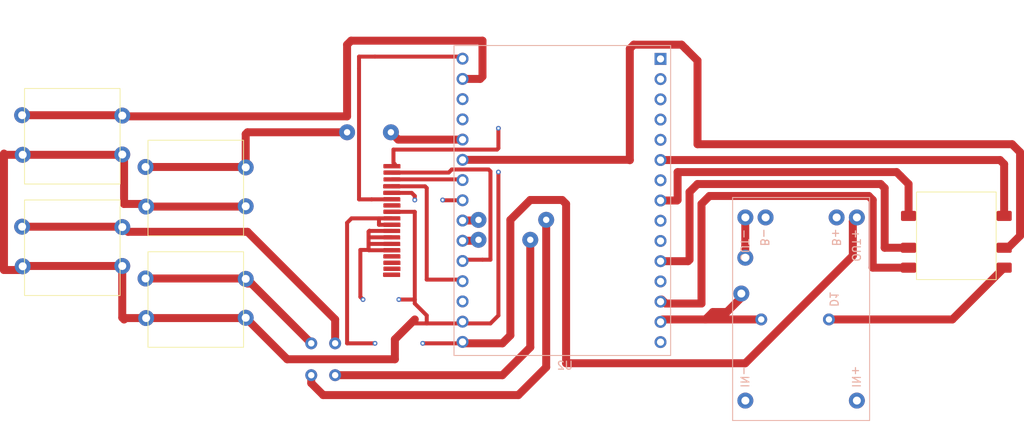
<source format=kicad_pcb>
(kicad_pcb (version 20241229) (generator "pcbnew") (generator_version "9.0")
  (layers (0 "F.Cu" signal) (2 "B.Cu" signal) (13 "F.Paste" user) (5 "F.SilkS" user "F.Silkscreen") (1 "F.Mask" user) (3 "B.Mask" user) (25 "Edge.Cuts" user))
  (net 0 "")
  (net 1 "Net-(U2-D21)")
  (net 3 "Net-(U2-D13)")
  (net 4 "unconnected-(U2-D26-Pad26)")
  (net 5 "Net-(U2-D25)")
  (net 6 "Net-(U2-D22)")
  (net 7 "Net-(D2-6_SDI_MOSI)")
  (net 8 "Net-(U2-D14)")
  (net 9 "Net-(D1-ESP-)")
  (net 10 "Net-(D2-5_CS)")
  (net 12 "Net-(D2-3_SCK)")
  (net 13 "Net-(U2-D16)")
  (net 14 "Net-(D2-4_DC)")
  (net 15 "Net-(U2-D19)")
  (net 16 "Net-(D2-2_RESET)")
  (net 17 "Net-(U2-D15)")
  (net 18 "Net-(U2-D32)")
  (net 19 "Net-(U2-D17)")
  (footprint "My:Switch 4 pin" (layer "F.Cu") (at 25.07 18.75)
    (property "Reference" "SW9" (hide yes))
    (property "Value" "SW_Push_Dual" (hide yes))
    (fp_rect (start -6 -5.5) (end 6 6.5) (stroke (width 0.1)) (fill no) (layer "F.SilkS"))
    (pad "1" thru_hole circle (at -6.303728 -2.143258) (size 2 2) (drill 1) (layers "*.Cu" "*.Mask") (net 5 "Net-(U2-D25)"))
    (pad "1" thru_hole circle (at 6.272003 -2.094258) (size 2 2) (drill 1) (layers "*.Cu" "*.Mask") (net 5 "Net-(U2-D25)"))
    (pad "GND" thru_hole circle (at -6.229304 2.828322) (size 2 2) (drill 1) (layers "*.Cu" "*.Mask"))
    (pad "GND" thru_hole circle (at 6.270162 2.789873) (size 2 2) (drill 1) (layers "*.Cu" "*.Mask"))
  )
  (footprint "My:Switch 4 pin" (layer "F.Cu") (at 25.07 32.75)
    (property "Reference" "SW11" (hide yes))
    (property "Value" "SW_Push_Dual" (hide yes))
    (fp_rect (start -6 -5.5) (end 6 6.5) (stroke (width 0.1)) (fill no) (layer "F.SilkS"))
    (pad "1" thru_hole circle (at -6.303728 -2.143258) (size 2 2) (drill 1) (layers "*.Cu" "*.Mask") (net 3 "Net-(U2-D13)"))
    (pad "1" thru_hole circle (at 6.272003 -2.094258) (size 2 2) (drill 1) (layers "*.Cu" "*.Mask") (net 3 "Net-(U2-D13)"))
    (pad "GND" thru_hole circle (at -6.229304 2.828322) (size 2 2) (drill 1) (layers "*.Cu" "*.Mask"))
    (pad "GND" thru_hole circle (at 6.270162 2.789873) (size 2 2) (drill 1) (layers "*.Cu" "*.Mask"))
  )
  (footprint "My:Switch 4 pin" (layer "F.Cu") (at 9.57 12.25)
    (property "Reference" "SW10" (hide yes))
    (property "Value" "SW_Push_Dual" (hide yes))
    (fp_rect (start -6 -5.5) (end 6 6.5) (stroke (width 0.1)) (fill no) (layer "F.SilkS"))
    (pad "1" thru_hole circle (at -6.303728 -2.143258) (size 2 2) (drill 1) (layers "*.Cu" "*.Mask") (net 8 "Net-(U2-D14)"))
    (pad "1" thru_hole circle (at 6.272003 -2.094258) (size 2 2) (drill 1) (layers "*.Cu" "*.Mask") (net 8 "Net-(U2-D14)"))
    (pad "GND" thru_hole circle (at -6.229304 2.828322) (size 2 2) (drill 1) (layers "*.Cu" "*.Mask"))
    (pad "GND" thru_hole circle (at 6.270162 2.789873) (size 2 2) (drill 1) (layers "*.Cu" "*.Mask"))
  )
  (footprint "" (layer "F.Cu") (at 94.07 28)
    (property "Reference" "" (at 0 0 0) (layer "F.SilkS") (effects (font (size 1.27 1.27))))
    (property "Value" "")
    (pad "4" thru_hole circle (at 0 0 90) (size 2 2) (drill 1) (layers "*.Cu" "*.Mask"))
  )
  (footprint "" (layer "F.Cu") (at 93.57 32.5)
    (property "Reference" "" (at 0 0 0) (layer "F.SilkS") (effects (font (size 1.27 1.27))))
    (property "Value" "")
    (pad "4" thru_hole circle (at 0 0 90) (size 2 2) (drill 1) (layers "*.Cu" "*.Mask"))
  )
  (footprint "Library:ST7789_18PIN" (layer "F.Cu") (at 52.839298 30.782836 180)
    (property "Reference" "D2" (hide yes))
    (property "Value" "~" (hide yes))
    (fp_rect (start 2.215418 0.474303) (end 4.142426 0.822436) (stroke (width 0.2)) (fill yes) (layer "F.Cu"))
    (fp_rect (start 2.215418 0.474303) (end 4.142426 0.822436) (stroke (width 0.2)) (fill yes) (layer "F.Cu"))
    (fp_rect (start 2.204114 11.580794) (end 4.131122 11.914158) (stroke (width 0.2)) (fill yes) (layer "F.Cu"))
    (fp_rect (start 2.204114 11.580794) (end 4.131122 11.914158) (stroke (width 0.2)) (fill yes) (layer "F.Cu"))
    (fp_rect (start 2.204114 5.981401) (end 4.131122 6.314765) (stroke (width 0.2)) (fill yes) (layer "F.Cu"))
    (fp_rect (start 2.201352 5.174708) (end 4.12836 5.508072) (stroke (width 0.2)) (fill yes) (layer "F.Cu"))
    (fp_rect (start 2.200534 9.946572) (end 4.127542 10.279936) (stroke (width 0.2)) (fill yes) (layer "F.Cu"))
    (fp_rect (start 2.200534 9.946572) (end 4.127542 10.279936) (stroke (width 0.2)) (fill yes) (layer "F.Cu"))
    (fp_rect (start 2.198147 3.552795) (end 4.125155 3.886159) (stroke (width 0.2)) (fill yes) (layer "F.Cu"))
    (fp_rect (start 2.198147 3.552795) (end 4.125155 3.886159) (stroke (width 0.2)) (fill yes) (layer "F.Cu"))
    (fp_rect (start 2.19417 10.755454) (end 4.121178 11.088818) (stroke (width 0.2)) (fill yes) (layer "F.Cu"))
    (fp_rect (start 2.19417 10.755454) (end 4.121178 11.088818) (stroke (width 0.2)) (fill yes) (layer "F.Cu"))
    (fp_rect (start 2.193065 4.348816) (end 4.120073 4.68218) (stroke (width 0.2)) (fill yes) (layer "F.Cu"))
    (fp_rect (start 2.190192 2.781152) (end 4.1172 3.114516) (stroke (width 0.2)) (fill yes) (layer "F.Cu"))
    (fp_rect (start 2.190192 2.781152) (end 4.1172 3.114516) (stroke (width 0.2)) (fill yes) (layer "F.Cu"))
    (fp_rect (start 2.184778 8.379109) (end 4.111786 8.712473) (stroke (width 0.2)) (fill yes) (layer "F.Cu"))
    (fp_rect (start 2.184778 8.379109) (end 4.111786 8.712473) (stroke (width 0.2)) (fill yes) (layer "F.Cu"))
    (fp_rect (start 2.184778 6.752049) (end 4.111786 7.085413) (stroke (width 0.2)) (fill yes) (layer "F.Cu"))
    (fp_rect (start 2.184778 6.752049) (end 4.111786 7.085413) (stroke (width 0.2)) (fill yes) (layer "F.Cu"))
    (fp_rect (start 2.183875 1.974882) (end 4.110883 2.308246) (stroke (width 0.2)) (fill yes) (layer "F.Cu"))
    (fp_rect (start 2.183875 1.974882) (end 4.110883 2.308246) (stroke (width 0.2)) (fill yes) (layer "F.Cu"))
    (fp_rect (start 2.182237 14.114096) (end 4.109245 14.44746) (stroke (width 0.2)) (fill yes) (layer "F.Cu"))
    (fp_rect (start 2.182237 14.114096) (end 4.109245 14.44746) (stroke (width 0.2)) (fill yes) (layer "F.Cu"))
    (fp_rect (start 2.181442 9.178111) (end 4.10845 9.511475) (stroke (width 0.2)) (fill yes) (layer "F.Cu"))
    (fp_rect (start 2.181442 9.178111) (end 4.10845 9.511475) (stroke (width 0.2)) (fill yes) (layer "F.Cu"))
    (fp_rect (start 2.179254 7.555979) (end 4.106262 7.889343) (stroke (width 0.2)) (fill yes) (layer "F.Cu"))
    (fp_rect (start 2.177673 1.228487) (end 4.104681 1.561851) (stroke (width 0.2)) (fill yes) (layer "F.Cu"))
    (fp_rect (start 2.177673 1.228487) (end 4.104681 1.561851) (stroke (width 0.2)) (fill yes) (layer "F.Cu"))
    (fp_rect (start 2.174282 13.307358) (end 4.10129 13.640722) (stroke (width 0.2)) (fill yes) (layer "F.Cu"))
    (fp_rect (start 2.174282 13.307358) (end 4.10129 13.640722) (stroke (width 0.2)) (fill yes) (layer "F.Cu"))
    (fp_rect (start 2.174282 12.452187) (end 4.10129 12.785551) (stroke (width 0.2)) (fill yes) (layer "F.Cu"))
  )
  (footprint "My:5 ping switch" (layer "F.Cu") (at 121.07 24.25)
    (property "Reference" "SW5pin1" (hide yes))
    (property "Value" "~" (hide yes))
    (fp_rect (start -5.5 -4.5) (end 4.5 6.5) (stroke (width 0.1)) (fill no) (layer "F.SilkS"))
    (pad "1" smd roundrect (at 5.5 -1.5) (size 1.905 1.27) (layers "F.Cu" "F.Mask" "F.Paste") (roundrect_rratio 0.15) (net 1 "Net-(U2-D21)"))
    (pad "2" smd roundrect (at 5.5 2.5) (size 1.905 1.27) (layers "F.Cu" "F.Mask" "F.Paste") (roundrect_rratio 0.15) (net 15 "Net-(U2-D19)"))
    (pad "3" smd roundrect (at -6.5 5) (size 1.905 1.27) (layers "F.Cu" "F.Mask" "F.Paste") (roundrect_rratio 0.15) (net 19 "Net-(U2-D17)"))
    (pad "4" smd roundrect (at -6.5 2.5) (size 1.905 1.27) (layers "F.Cu" "F.Mask" "F.Paste") (roundrect_rratio 0.15) (net 18 "Net-(U2-D32)"))
    (pad "5" smd roundrect (at -6.5 -1.5) (size 1.905 1.27) (layers "F.Cu" "F.Mask" "F.Paste") (roundrect_rratio 0.15) (net 13 "Net-(U2-D16)"))
    (pad "GND" smd roundrect (at 5.5 5) (size 1.905 1.27) (layers "F.Cu" "F.Mask" "F.Paste") (roundrect_rratio 0.15) (net 9 "Net-(D1-ESP-)"))
  )
  (footprint "My:Switch 4 pin" (layer "F.Cu") (at 9.57 26.25)
    (property "Reference" "SW12" (hide yes))
    (property "Value" "SW_Push_Dual" (hide yes))
    (fp_rect (start -6 -5.5) (end 6 6.5) (stroke (width 0.1)) (fill no) (layer "F.SilkS"))
    (pad "1" thru_hole circle (at -6.303728 -2.143258) (size 2 2) (drill 1) (layers "*.Cu" "*.Mask") (net 6 "Net-(U2-D22)"))
    (pad "1" thru_hole circle (at 6.272003 -2.094258) (size 2 2) (drill 1) (layers "*.Cu" "*.Mask") (net 6 "Net-(U2-D22)"))
    (pad "GND" thru_hole circle (at -6.229304 2.828322) (size 2 2) (drill 1) (layers "*.Cu" "*.Mask"))
    (pad "GND" thru_hole circle (at 6.270162 2.789873) (size 2 2) (drill 1) (layers "*.Cu" "*.Mask"))
  )
  (footprint "My:TP4056-Module" (layer "B.Cu") (at 92.478019 48.440019 90)
    (property "Reference" "D1" (at 15.24 12.7 270) (layer "B.SilkS") (effects (justify mirror)))
    (property "Value" "~")
    (fp_line (start 0 0) (end 28 0) (stroke (width 0.12)) (layer "B.SilkS"))
    (fp_line (start 28 17.2) (end 28 0) (stroke (width 0.12)) (layer "B.SilkS"))
    (fp_line (start 0 17.2) (end 0 0) (stroke (width 0.12)) (layer "B.SilkS"))
    (fp_line (start 0 17.2) (end 28 17.2) (stroke (width 0.12)) (layer "B.SilkS"))
    (fp_text user "OUT+" (at 22 15.5 270) (layer "B.SilkS") (effects (justify mirror)))
    (fp_text user "B-" (at 23 4 270) (layer "B.SilkS") (effects (justify mirror)))
    (fp_text user "B+" (at 23 13 270) (layer "B.SilkS") (effects (justify mirror)))
    (fp_text user "OUT-" (at 22 1.5 270) (layer "B.SilkS") (effects (justify mirror)))
    (fp_text user "IN+" (at 5.5 15.5 270) (layer "B.SilkS") (effects (justify mirror)))
    (fp_text user "IN-" (at 5.5 1.5 270) (layer "B.SilkS") (effects (justify mirror)))
    (pad "1" thru_hole circle (at 2.5 15.6 90) (size 2 2) (drill 1) (layers "*.Cu" "*.Mask"))
    (pad "2" thru_hole circle (at 2.5 1.6 90) (size 2 2) (drill 1) (layers "*.Cu" "*.Mask"))
    (pad "3" thru_hole circle (at 25.5 15.6 90) (size 2 2) (drill 1) (layers "*.Cu" "*.Mask"))
    (pad "4" thru_hole circle (at 25.5 1.6 90) (size 2 2) (drill 1) (layers "*.Cu" "*.Mask"))
    (pad "5" thru_hole circle (at 25.5 13.06 90) (size 2 2) (drill 1) (layers "*.Cu" "*.Mask"))
    (pad "6" thru_hole circle (at 25.5 4.14 90) (size 2 2) (drill 1) (layers "*.Cu" "*.Mask"))
  )
  (footprint "My:ESP32-Wroom-32" (layer "B.Cu") (at 83.425046 3.036168 180)
    (property "Reference" "U2" (at 12 -38.5 0) (layer "B.SilkS") (effects (justify mirror)))
    (property "Value" "ESP32-S3-WROOM-1")
    (fp_line (start 25.93 1.68) (end 25.93 -37.24) (stroke (width 0.12)) (layer "B.SilkS"))
    (fp_line (start 25.93 -37.24) (end -1.27 -37.24) (stroke (width 0.12)) (layer "B.SilkS"))
    (fp_line (start -1.27 1.68) (end 25.93 1.68) (stroke (width 0.12)) (layer "B.SilkS"))
    (fp_line (start -1.27 -37.24) (end -1.27 1.68) (stroke (width 0.12)) (layer "B.SilkS"))
    (pad "3V3" thru_hole circle (at 24.855046 -35.533832 180) (size 1.5 1.5) (drill 0.9) (layers "*.Cu" "*.Mask") (net 13 "Net-(U2-D16)"))
    (pad "D2" thru_hole circle (at 24.855046 -27.913832 180) (size 1.5 1.5) (drill 0.9) (layers "*.Cu" "*.Mask") (net 15 "Net-(U2-D19)"))
    (pad "D4" thru_hole circle (at 24.855046 -25.373832 180) (size 1.5 1.5) (drill 0.9) (layers "*.Cu" "*.Mask"))
    (pad "D5" thru_hole circle (at 24.855046 -17.753832 180) (size 1.5 1.5) (drill 0.9) (layers "*.Cu" "*.Mask") (net 7 "Net-(D2-6_SDI_MOSI)"))
    (pad "D12" thru_hole circle (at 0 -27.94 180) (size 1.5 1.5) (drill 0.9) (layers "*.Cu" "*.Mask"))
    (pad "D13" thru_hole circle (at 0 -30.48 180) (size 1.5 1.5) (drill 0.9) (layers "*.Cu" "*.Mask") (net 3 "Net-(U2-D13)"))
    (pad "D14" thru_hole circle (at 0 -25.4 180) (size 1.5 1.5) (drill 0.9) (layers "*.Cu" "*.Mask"))
    (pad "D15" thru_hole circle (at 24.855046 -30.453832 180) (size 1.5 1.5) (drill 0.9) (layers "*.Cu" "*.Mask") (net 12 "Net-(D2-3_SCK)"))
    (pad "D16" thru_hole circle (at 24.855046 -22.833832 180) (size 1.5 1.5) (drill 0.9) (layers "*.Cu" "*.Mask") (net 1 "Net-(U2-D21)"))
    (pad "D17" thru_hole circle (at 24.855046 -20.293832 180) (size 1.5 1.5) (drill 0.9) (layers "*.Cu" "*.Mask") (net 6 "Net-(U2-D22)"))
    (pad "D18" thru_hole circle (at 24.855046 -15.213832 180) (size 1.5 1.5) (drill 0.9) (layers "*.Cu" "*.Mask"))
    (pad "D19" thru_hole circle (at 24.855046 -12.673832 180) (size 1.5 1.5) (drill 0.9) (layers "*.Cu" "*.Mask") (net 5 "Net-(U2-D25)"))
    (pad "D21" thru_hole circle (at 24.855046 -10.133832 180) (size 1.5 1.5) (drill 0.9) (layers "*.Cu" "*.Mask") (net 4 "unconnected-(U2-D26-Pad26)"))
    (pad "D22" thru_hole circle (at 24.855046 -2.513832 180) (size 1.5 1.5) (drill 0.9) (layers "*.Cu" "*.Mask"))
    (pad "D23" thru_hole circle (at 24.855046 0.026168 180) (size 1.5 1.5) (drill 0.9) (layers "*.Cu" "*.Mask"))
    (pad "D25" thru_hole circle (at 0 -17.78 180) (size 1.5 1.5) (drill 0.9) (layers "*.Cu" "*.Mask"))
    (pad "D26" thru_hole circle (at 0 -20.32 180) (size 1.5 1.5) (drill 0.9) (layers "*.Cu" "*.Mask"))
    (pad "D27" thru_hole circle (at 0 -22.86 180) (size 1.5 1.5) (drill 0.9) (layers "*.Cu" "*.Mask"))
    (pad "D32" thru_hole circle (at 0 -12.7 180) (size 1.5 1.5) (drill 0.9) (layers "*.Cu" "*.Mask"))
    (pad "D33" thru_hole circle (at 0 -15.24 180) (size 1.5 1.5) (drill 0.9) (layers "*.Cu" "*.Mask"))
    (pad "D34" thru_hole circle (at 0 -7.62 180) (size 1.5 1.5) (drill 0.9) (layers "*.Cu" "*.Mask") (net 16 "Net-(D2-2_RESET)"))
    (pad "D35" thru_hole circle (at 0 -10.16 180) (size 1.5 1.5) (drill 0.9) (layers "*.Cu" "*.Mask") (net 10 "Net-(D2-5_CS)"))
    (pad "EN" thru_hole rect (at 0 0 180) (size 1.5 1.5) (drill 0.9) (layers "*.Cu" "*.Mask"))
    (pad "GND" thru_hole circle (at 0 -33.02 180) (size 1.5 1.5) (drill 0.9) (layers "*.Cu" "*.Mask") (net 8 "Net-(U2-D14)"))
    (pad "GND" thru_hole circle (at 24.855046 -32.993832 180) (size 1.5 1.5) (drill 0.9) (layers "*.Cu" "*.Mask") (net 9 "Net-(D1-ESP-)"))
    (pad "RX0" thru_hole circle (at 24.855046 -7.593832 180) (size 1.5 1.5) (drill 0.9) (layers "*.Cu" "*.Mask"))
    (pad "TX0" thru_hole circle (at 24.855046 -5.053832 180) (size 1.5 1.5) (drill 0.9) (layers "*.Cu" "*.Mask"))
    (pad "VIN" thru_hole circle (at 0 -5.08 180) (size 1.5 1.5) (drill 0.9) (layers "*.Cu" "*.Mask"))
    (pad "VN" thru_hole circle (at 0 -35.56 180) (size 1.5 1.5) (drill 0.9) (layers "*.Cu" "*.Mask") (net 17 "Net-(U2-D15)"))
    (pad "VP" thru_hole circle (at 0 -2.54 180) (size 1.5 1.5) (drill 0.9) (layers "*.Cu" "*.Mask") (net 14 "Net-(D2-4_DC)"))
  )
  (segment (start 45.57 2.75) (end 45.57 4.25) (width 0.5) (layer "F.Cu") (net 0))
  (segment (start 56.830944 17.308796) (end 57.220141 16.919599) (width 0.5) (layer "F.Cu") (net 0))
  (segment (start 49.67526 20.669582) (end 47.150418 20.669582) (width 0.5) (layer "F.Cu") (net 0))
  (segment (start 45.57 20.673078) (end 45.57 4.25) (width 0.5) (layer "F.Cu") (net 0))
  (segment (start 62.07 17.154614) (end 62.07 28.25) (width 0.5) (layer "F.Cu") (net 0))
  (segment (start 52.1807 19.8607) (end 52.57 20.25) (width 0.5) (layer "F.Cu") (net 0))
  (segment (start 52.57 20.25) (end 52.57 20.75) (width 0.5) (layer "F.Cu") (net 0))
  (segment (start 49.701512 17.308796) (end 56.830944 17.308796) (width 0.5) (layer "F.Cu") (net 0))
  (segment (start 57.220141 16.919599) (end 61.834985 16.919599) (width 0.5) (layer "F.Cu") (net 0))
  (segment (start 47.146922 20.673078) (end 45.57 20.673078) (width 0.5) (layer "F.Cu") (net 0))
  (segment (start 47.150418 20.669582) (end 47.146922 20.673078) (width 0.5) (layer "F.Cu") (net 0))
  (segment (start 47.57 2.75) (end 58.31 2.75) (width 0.5) (layer "F.Cu") (net 0))
  (segment (start 62.07 28.25) (end 61.07 28.25) (width 0.5) (layer "F.Cu") (net 0))
  (segment (start 58.31 2.75) (end 58.57 3.01) (width 0.5) (layer "F.Cu") (net 0))
  (segment (start 49.681624 19.8607) (end 52.1807 19.8607) (width 0.5) (layer "F.Cu") (net 0))
  (segment (start 58.483967 18.163967) (end 58.57 18.25) (width 0.5) (layer "F.Cu") (net 0))
  (segment (start 58.73 28.25) (end 58.57 28.41) (width 0.5) (layer "F.Cu") (net 0))
  (segment (start 61.834985 16.919599) (end 62.07 17.154614) (width 0.5) (layer "F.Cu") (net 0))
  (segment (start 61.07 28.25) (end 58.73 28.25) (width 0.5) (layer "F.Cu") (net 0))
  (segment (start 49.701512 18.163967) (end 58.483967 18.163967) (width 0.5) (layer "F.Cu") (net 0))
  (segment (start 47.57 2.75) (end 45.57 2.75) (width 0.5) (layer "F.Cu") (net 0))
  (via (at 52.57 20.75) (size 0.6) (drill 0.3) (layers "F.Cu" "B.Cu") (net 0))
  (segment (start 58.644981 2.935019) (end 58.57 3.01) (width 1) (layer "B.Cu") (net 0))
  (segment (start 58.544981 28.435019) (end 58.57 28.41) (width 1) (layer "B.Cu") (net 0))
  (segment (start 63.57 42.75) (end 67.07 39.25) (width 1) (layer "F.Cu") (net 1))
  (segment (start 58.57 25.87) (end 60.45 25.87) (width 1) (layer "F.Cu") (net 1))
  (segment (start 58.57 25.87) (end 58.45 25.75) (width 1) (layer "F.Cu") (net 1))
  (segment (start 126.57 16.25) (end 126.57 22.75) (width 1) (layer "F.Cu") (net 1))
  (segment (start 63.57 42.75) (end 42.57 42.75) (width 1) (layer "F.Cu") (net 1))
  (segment (start 67.07 25.75) (end 67.07 39.25) (width 1) (layer "F.Cu") (net 1))
  (segment (start 126.056168 15.736168) (end 126.57 16.25) (width 1) (layer "F.Cu") (net 1))
  (segment (start 65.57 45.25) (end 41.07 45.25) (width 1) (layer "F.Cu") (net 1))
  (segment (start 41.07 45.25) (end 39.57 43.75) (width 1) (layer "F.Cu") (net 1))
  (segment (start 69.07 41.75) (end 65.57 45.25) (width 1) (layer "F.Cu") (net 1))
  (segment (start 83.425046 15.736168) (end 126.056168 15.736168) (width 1) (layer "F.Cu") (net 1))
  (segment (start 39.57 43.75) (end 39.57 42.75) (width 1) (layer "F.Cu") (net 1))
  (segment (start 69.07 23.240408) (end 69.07 41.75) (width 1) (layer "F.Cu") (net 1))
  (segment (start 60.45 25.87) (end 60.57 25.75) (width 1) (layer "F.Cu") (net 1))
  (via (at 67.07 25.75) (size 2) (drill 0.8) (layers "F.Cu" "B.Cu") (net 1))
  (via (at 39.57 42.75) (size 1.5) (drill 0.8) (layers "F.Cu" "B.Cu") (net 1))
  (via (at 69.07 23.240408) (size 2) (drill 0.8) (layers "F.Cu" "B.Cu") (net 1))
  (via (at 42.57 42.75) (size 1.5) (drill 0.8) (layers "F.Cu" "B.Cu") (net 1))
  (via (at 60.57 25.75) (size 2) (drill 0.8) (layers "F.Cu" "B.Cu") (net 1))
  (segment (start 31.293003 30.606742) (end 31.342003 30.655742) (width 1) (layer "F.Cu") (net 3))
  (segment (start 32.07 31.25) (end 31.57 31.25) (width 1) (layer "F.Cu") (net 3))
  (segment (start 18.766272 30.606742) (end 31.293003 30.606742) (width 1) (layer "F.Cu") (net 3))
  (segment (start 39.57 38.75) (end 32.07 31.25) (width 1) (layer "F.Cu") (net 3))
  (via (at 39.57 38.75) (size 1.5) (drill 0.8) (layers "F.Cu" "B.Cu") (net 3))
  (segment (start 50.49 13.17) (end 49.57 12.25) (width 1) (layer "F.Cu") (net 4))
  (segment (start 58.57 13.17) (end 50.49 13.17) (width 1) (layer "F.Cu") (net 4))
  (via (at 49.57 12.25) (size 2) (drill 0.8) (layers "F.Cu" "B.Cu") (net 4))
  (segment (start 58.540035 13.140035) (end 58.57 13.17) (width 1) (layer "B.Cu") (net 4))
  (segment (start 31.342003 16.655742) (end 31.342003 12.477997) (width 1) (layer "F.Cu") (net 5))
  (segment (start 31.342003 12.477997) (end 31.57 12.25) (width 1) (layer "F.Cu") (net 5))
  (segment (start 79.57 1.75) (end 80.07 1.25) (width 1) (layer "F.Cu") (net 5))
  (segment (start 88.07 3.25) (end 88.07 13.75) (width 1) (layer "F.Cu") (net 5))
  (segment (start 58.57 15.71) (end 79.53 15.71) (width 1) (layer "F.Cu") (net 5))
  (segment (start 31.57 12.25) (end 44.07 12.25) (width 1) (layer "F.Cu") (net 5))
  (segment (start 86.07 1.25) (end 86.57 1.75) (width 1) (layer "F.Cu") (net 5))
  (segment (start 128.57 14.75) (end 128.57 25.25) (width 1) (layer "F.Cu") (net 5))
  (segment (start 18.766272 16.606742) (end 31.293003 16.606742) (width 1) (layer "F.Cu") (net 5))
  (segment (start 79.57 15.75) (end 79.57 1.75) (width 1) (layer "F.Cu") (net 5))
  (segment (start 128.57 25.25) (end 127.07 26.75) (width 1) (layer "F.Cu") (net 5))
  (segment (start 88.07 13.75) (end 127.57 13.75) (width 1) (layer "F.Cu") (net 5))
  (segment (start 80.07 1.25) (end 86.07 1.25) (width 1) (layer "F.Cu") (net 5))
  (segment (start 79.53 15.71) (end 79.57 15.75) (width 1) (layer "F.Cu") (net 5))
  (segment (start 127.57 13.75) (end 128.57 14.75) (width 1) (layer "F.Cu") (net 5))
  (segment (start 31.293003 16.606742) (end 31.342003 16.655742) (width 1) (layer "F.Cu") (net 5))
  (segment (start 86.57 1.75) (end 88.07 3.25) (width 1) (layer "F.Cu") (net 5))
  (via (at 44.07 12.25) (size 2) (drill 0.8) (layers "F.Cu" "B.Cu") (net 5))
  (segment (start 58.519792 15.659792) (end 58.57 15.71) (width 1) (layer "B.Cu") (net 5))
  (segment (start 42.57 38.75) (end 42.57 35.75) (width 1) (layer "F.Cu") (net 6))
  (segment (start 15.793003 24.106742) (end 15.842003 24.155742) (width 1) (layer "F.Cu") (net 6))
  (segment (start 42.57 35.75) (end 31.57 24.75) (width 1) (layer "F.Cu") (net 6))
  (segment (start 31.57 24.75) (end 16.57 24.75) (width 1) (layer "F.Cu") (net 6))
  (segment (start 60.49 23.33) (end 60.57 23.25) (width 1) (layer "F.Cu") (net 6))
  (segment (start 3.266272 24.106742) (end 15.793003 24.106742) (width 1) (layer "F.Cu") (net 6))
  (segment (start 58.57 23.33) (end 60.49 23.33) (width 1) (layer "F.Cu") (net 6))
  (segment (start 16.57 24.75) (end 16.07 24.25) (width 1) (layer "F.Cu") (net 6))
  (via (at 42.57 38.75) (size 1.5) (drill 0.8) (layers "F.Cu" "B.Cu") (net 6))
  (via (at 60.57 23.25) (size 2) (drill 0.8) (layers "F.Cu" "B.Cu") (net 6))
  (segment (start 58.54358 23.35642) (end 58.57 23.33) (width 1) (layer "B.Cu") (net 6))
  (segment (start 56.11 20.79) (end 56.07 20.75) (width 0.5) (layer "F.Cu") (net 7))
  (segment (start 56.11 20.79) (end 58.57 20.79) (width 0.5) (layer "F.Cu") (net 7))
  (via (at 56.07 20.75) (size 0.6) (drill 0.3) (layers "F.Cu" "B.Cu") (net 7))
  (segment (start 58.57 5.55) (end 60.77 5.55) (width 1) (layer "F.Cu") (net 8))
  (segment (start 94.067391 26.502609) (end 94.067391 27.997391) (width 1) (layer "F.Cu") (net 8))
  (segment (start 15.793003 10.106742) (end 15.842003 10.155742) (width 1) (layer "F.Cu") (net 8))
  (segment (start 15.936261 10.25) (end 15.842003 10.155742) (width 1) (layer "F.Cu") (net 8))
  (segment (start 89.07 35.75) (end 96.07 35.75) (width 1) (layer "F.Cu") (net 8))
  (segment (start 94.078019 22.940019) (end 94.067391 22.950647) (width 1) (layer "F.Cu") (net 8))
  (segment (start 89.07 35.75) (end 83.731214 35.75) (width 1) (layer "F.Cu") (net 8))
  (segment (start 94.067391 26.502609) (end 94.067391 22.950647) (width 1) (layer "F.Cu") (net 8))
  (segment (start 44.07 1.25) (end 44.07 10.25) (width 1) (layer "F.Cu") (net 8))
  (segment (start 61.07 5.25) (end 61.07 0.75) (width 1) (layer "F.Cu") (net 8))
  (segment (start 61.07 0.75) (end 44.57 0.75) (width 1) (layer "F.Cu") (net 8))
  (segment (start 3.266272 10.106742) (end 15.793003 10.106742) (width 1) (layer "F.Cu") (net 8))
  (segment (start 44.07 10.25) (end 15.936261 10.25) (width 1) (layer "F.Cu") (net 8))
  (segment (start 90.002807 34.817193) (end 89.07 35.75) (width 1) (layer "F.Cu") (net 8))
  (segment (start 91.752807 34.817193) (end 93.57 33) (width 1) (layer "F.Cu") (net 8))
  (segment (start 90.002807 34.817193) (end 91.752807 34.817193) (width 1) (layer "F.Cu") (net 8))
  (segment (start 60.77 5.55) (end 61.07 5.25) (width 1) (layer "F.Cu") (net 8))
  (segment (start 44.57 0.75) (end 44.07 1.25) (width 1) (layer "F.Cu") (net 8))
  (segment (start 83.731214 35.75) (end 83.425046 36.056168) (width 1) (layer "F.Cu") (net 8))
  (segment (start 94.067391 27.997391) (end 94.07 28) (width 1) (layer "F.Cu") (net 8))
  (via (at 96.07 35.75) (size 1.5) (drill 0.8) (layers "F.Cu" "B.Cu") (net 8))
  (segment (start 15.840162 35.520162) (end 16.07 35.75) (width 1) (layer "F.Cu") (net 9))
  (segment (start 0.988912 14.935631) (end 0.988912 29.545165) (width 1) (layer "F.Cu") (net 9))
  (segment (start 16.07 21.25) (end 18.512374 21.25) (width 1) (layer "F.Cu") (net 9))
  (segment (start 52.557045 22.237045) (end 52.57 22.25) (width 0.5) (layer "F.Cu") (net 9))
  (segment (start 63.07 14.25) (end 62.896535 14.423465) (width 0.5) (layer "F.Cu") (net 9))
  (segment (start 54.07 35.25) (end 54.07 36.25) (width 0.5) (layer "F.Cu") (net 9))
  (segment (start 58.79 36.25) (end 58.57 36.03) (width 0.5) (layer "F.Cu") (net 9))
  (segment (start 15.840162 15.039873) (end 16.07 15.269711) (width 1) (layer "F.Cu") (net 9))
  (segment (start 63.07 35.25) (end 62.07 36.25) (width 0.5) (layer "F.Cu") (net 9))
  (segment (start 49.891517 14.423465) (end 49.891517 16.071517) (width 0.5) (layer "F.Cu") (net 9))
  (segment (start 62.07 36.25) (end 58.79 36.25) (width 0.5) (layer "F.Cu") (net 9))
  (segment (start 52.57 36.25) (end 54.07 36.25) (width 0.5) (layer "F.Cu") (net 9))
  (segment (start 50.57 33.25) (end 52.57 33.25) (width 0.5) (layer "F.Cu") (net 9))
  (segment (start 49.891517 16.071517) (end 50.07 16.25) (width 0.5) (layer "F.Cu") (net 9))
  (segment (start 36.550289 40.75) (end 50.07 40.75) (width 1) (layer "F.Cu") (net 9))
  (segment (start 126.57 29.25) (end 120.07 35.75) (width 1) (layer "F.Cu") (net 9))
  (segment (start 62.896535 14.423465) (end 49.891517 14.423465) (width 0.5) (layer "F.Cu") (net 9))
  (segment (start 15.801713 15.078322) (end 15.840162 15.039873) (width 1) (layer "F.Cu") (net 9))
  (segment (start 50.07 38.25) (end 52.57 35.75) (width 1) (layer "F.Cu") (net 9))
  (segment (start 52.57 22.25) (end 52.57 33.75) (width 0.5) (layer "F.Cu") (net 9))
  (segment (start 63.07 17.25) (end 63.07 35.25) (width 0.5) (layer "F.Cu") (net 9))
  (segment (start 15.840162 29.039873) (end 3.379145 29.039873) (width 1) (layer "F.Cu") (net 9))
  (segment (start 0.988912 29.545165) (end 2.873853 29.545165) (width 1) (layer "F.Cu") (net 9))
  (segment (start 120.07 35.75) (end 104.57 35.75) (width 1) (layer "F.Cu") (net 9))
  (segment (start 3.379145 29.039873) (end 3.340696 29.078322) (width 1) (layer "F.Cu") (net 9))
  (segment (start 3.340696 15.078322) (end 15.801713 15.078322) (width 1) (layer "F.Cu") (net 9))
  (segment (start 18.840696 21.578322) (end 31.301713 21.578322) (width 1) (layer "F.Cu") (net 9))
  (segment (start 52.57 33.75) (end 54.07 35.25) (width 0.5) (layer "F.Cu") (net 9))
  (segment (start 16.07 15.269711) (end 16.07 21.25) (width 1) (layer "F.Cu") (net 9))
  (segment (start 31.301713 35.578322) (end 31.340162 35.539873) (width 1) (layer "F.Cu") (net 9))
  (segment (start 3.340696 15.078322) (end 1.131603 15.078322) (width 1) (layer "F.Cu") (net 9))
  (segment (start 18.840696 35.578322) (end 31.301713 35.578322) (width 1) (layer "F.Cu") (net 9))
  (segment (start 50.07 40.75) (end 50.07 38.25) (width 1) (layer "F.Cu") (net 9))
  (segment (start 54.07 36.25) (end 58.35 36.25) (width 0.5) (layer "F.Cu") (net 9))
  (segment (start 16.241678 35.578322) (end 18.840696 35.578322) (width 1) (layer "F.Cu") (net 9))
  (segment (start 2.873853 29.545165) (end 3.340696 29.078322) (width 1) (layer "F.Cu") (net 9))
  (segment (start 31.301713 21.578322) (end 31.340162 21.539873) (width 1) (layer "F.Cu") (net 9))
  (segment (start 15.840162 29.039873) (end 15.840162 35.520162) (width 1) (layer "F.Cu") (net 9))
  (segment (start 63.07 11.75) (end 63.07 14.25) (width 0.5) (layer "F.Cu") (net 9))
  (segment (start 49.691016 22.237045) (end 52.557045 22.237045) (width 0.5) (layer "F.Cu") (net 9))
  (segment (start 1.131603 15.078322) (end 0.988912 14.935631) (width 1) (layer "F.Cu") (net 9))
  (segment (start 58.35 36.25) (end 58.57 36.03) (width 0.5) (layer "F.Cu") (net 9))
  (segment (start 18.512374 21.25) (end 18.840696 21.578322) (width 1) (layer "F.Cu") (net 9))
  (segment (start 16.07 35.75) (end 16.241678 35.578322) (width 1) (layer "F.Cu") (net 9))
  (segment (start 31.340162 35.539873) (end 36.550289 40.75) (width 1) (layer "F.Cu") (net 9))
  (via (at 50.57 33.25) (size 0.6) (drill 0.3) (layers "F.Cu" "B.Cu") (net 9))
  (via (at 104.57 35.75) (size 1.5) (drill 0.8) (layers "F.Cu" "B.Cu") (net 9))
  (via (at 63.07 17.25) (size 0.6) (drill 0.3) (layers "F.Cu" "B.Cu") (net 9))
  (via (at 63.07 11.75) (size 0.6) (drill 0.3) (layers "F.Cu" "B.Cu") (net 9))
  (segment (start 58.33 33.25) (end 58.57 33.49) (width 0.5) (layer "F.Cu") (net 12))
  (segment (start 45.735697 32.915697) (end 46.07 33.25) (width 0.5) (layer "F.Cu") (net 13))
  (segment (start 49.682729 26.267338) (end 46.863967 26.267338) (width 0.5) (layer "F.Cu") (net 13))
  (segment (start 108.078019 22.940019) (end 107.57 23.448038) (width 1) (layer "F.Cu") (net 13))
  (segment (start 58.39 38.75) (end 53.57 38.75) (width 0.5) (layer "F.Cu") (net 13))
  (segment (start 107.57 27.75) (end 94.07 41.25) (width 1) (layer "F.Cu") (net 13))
  (segment (start 46.898552 24.634753) (end 46.881306 24.617507) (width 0.5) (layer "F.Cu") (net 13))
  (segment (start 49.677647 27.063359) (end 46.806819 27.063359) (width 0.5) (layer "F.Cu") (net 13))
  (segment (start 58.39 38.75) (end 58.57 38.57) (width 0.5) (layer "F.Cu") (net 13))
  (segment (start 83.425046 20.816168) (end 85.503832 20.816168) (width 1) (layer "F.Cu") (net 13))
  (segment (start 49.67168 24.634753) (end 46.898552 24.634753) (width 0.5) (layer "F.Cu") (net 13))
  (segment (start 113.07 17.25) (end 113.57 17.75) (width 1) (layer "F.Cu") (net 13))
  (segment (start 71.57 41.25) (end 71.57 21.25) (width 1) (layer "F.Cu") (net 13))
  (segment (start 64.57 37.75) (end 63.57 38.75) (width 1) (layer "F.Cu") (net 13))
  (segment (start 48.07 23.864105) (end 48.07 23.060175) (width 0.5) (layer "F.Cu") (net 13))
  (segment (start 46.766745 24.732068) (end 46.766745 27.023285) (width 0.5) (layer "F.Cu") (net 13))
  (segment (start 46.806819 27.063359) (end 46.78173 27.03827) (width 0.5) (layer "F.Cu") (net 13))
  (segment (start 85.57 17.25) (end 113.07 17.25) (width 1) (layer "F.Cu") (net 13))
  (segment (start 49.691016 23.864105) (end 48.07 23.864105) (width 0.5) (layer "F.Cu") (net 13))
  (segment (start 63.57 38.75) (end 58.75 38.75) (width 1) (layer "F.Cu") (net 13))
  (segment (start 46.78173 27.03827) (end 46.766745 27.023285) (width 0.5) (layer "F.Cu") (net 13))
  (segment (start 71.57 21.25) (end 71.07 20.75) (width 1) (layer "F.Cu") (net 13))
  (segment (start 45.735697 27.023285) (end 45.735697 32.915697) (width 0.5) (layer "F.Cu") (net 13))
  (segment (start 85.57 20.75) (end 85.57 17.25) (width 1) (layer "F.Cu") (net 13))
  (segment (start 113.57 17.75) (end 114.57 18.75) (width 1) (layer "F.Cu") (net 13))
  (segment (start 44.07 23.616178) (end 44.07 38.75) (width 0.5) (layer "F.Cu") (net 13))
  (segment (start 44.07 38.75) (end 47.57 38.75) (width 0.5) (layer "F.Cu") (net 13))
  (segment (start 107.57 23.448038) (end 107.57 27.75) (width 1) (layer "F.Cu") (net 13))
  (segment (start 64.57 23.25) (end 64.57 37.75) (width 1) (layer "F.Cu") (net 13))
  (segment (start 44.626003 23.060175) (end 44.07 23.616178) (width 0.5) (layer "F.Cu") (net 13))
  (segment (start 94.07 41.25) (end 71.57 41.25) (width 1) (layer "F.Cu") (net 13))
  (segment (start 58.75 38.75) (end 58.57 38.57) (width 1) (layer "F.Cu") (net 13))
  (segment (start 46.881306 24.617507) (end 46.766745 24.732068) (width 0.5) (layer "F.Cu") (net 13))
  (segment (start 114.57 18.75) (end 114.57 22.75) (width 1) (layer "F.Cu") (net 13))
  (segment (start 49.674442 25.441446) (end 46.916573 25.441446) (width 0.5) (layer "F.Cu") (net 13))
  (segment (start 85.503832 20.816168) (end 85.57 20.75) (width 1) (layer "F.Cu") (net 13))
  (segment (start 49.69654 23.060175) (end 44.626003 23.060175) (width 0.5) (layer "F.Cu") (net 13))
  (segment (start 46.766745 27.023285) (end 45.735697 27.023285) (width 0.5) (layer "F.Cu") (net 13))
  (segment (start 67.07 20.75) (end 64.57 23.25) (width 1) (layer "F.Cu") (net 13))
  (segment (start 71.07 20.75) (end 67.07 20.75) (width 1) (layer "F.Cu") (net 13))
  (via (at 46.07 33.25) (size 0.6) (drill 0.3) (layers "F.Cu" "B.Cu") (net 13))
  (via (at 53.57 38.75) (size 0.6) (drill 0.3) (layers "F.Cu" "B.Cu") (net 13))
  (via (at 47.57 38.75) (size 0.6) (drill 0.3) (layers "F.Cu" "B.Cu") (net 13))
  (segment (start 108.078019 22.940019) (end 108.483019 22.535019) (width 0.5) (layer "B.Cu") (net 13))
  (segment (start 58.57 39.022) (end 58.57 38.57) (width 0.5) (layer "B.Cu") (net 13))
  (segment (start 83.543897 20.935019) (end 83.425046 20.816168) (width 1) (layer "B.Cu") (net 13))
  (segment (start 54.07 19.25) (end 54.07 30.75) (width 0.5) (layer "F.Cu") (net 15))
  (segment (start 53.85536 19.03536) (end 54.07 19.25) (width 0.5) (layer "F.Cu") (net 15))
  (segment (start 54.07 30.75) (end 58.37 30.75) (width 0.5) (layer "F.Cu") (net 15))
  (segment (start 49.67168 19.03536) (end 53.85536 19.03536) (width 0.5) (layer "F.Cu") (net 15))
  (segment (start 58.37 30.75) (end 58.57 30.95) (width 0.5) (layer "F.Cu") (net 15))
  (segment (start 87.07 19.75) (end 87.07 28.25) (width 1) (layer "F.Cu") (net 18))
  (segment (start 114.57 26.75) (end 111.57 26.75) (width 1) (layer "F.Cu") (net 18))
  (segment (start 86.883832 28.436168) (end 83.425046 28.436168) (width 1) (layer "F.Cu") (net 18))
  (segment (start 111.57 19.25) (end 111.07 18.75) (width 1) (layer "F.Cu") (net 18))
  (segment (start 111.57 26.75) (end 111.57 19.25) (width 1) (layer "F.Cu") (net 18))
  (segment (start 111.07 18.75) (end 88.07 18.75) (width 1) (layer "F.Cu") (net 18))
  (segment (start 88.07 18.75) (end 87.07 19.75) (width 1) (layer "F.Cu") (net 18))
  (segment (start 87.07 28.25) (end 86.883832 28.436168) (width 1) (layer "F.Cu") (net 18))
  (segment (start 88.57 21.25) (end 88.57 33.75) (width 1) (layer "F.Cu") (net 19))
  (segment (start 89.57 20.25) (end 88.57 21.25) (width 1) (layer "F.Cu") (net 19))
  (segment (start 110.07 20.75) (end 109.57 20.25) (width 1) (layer "F.Cu") (net 19))
  (segment (start 109.57 20.25) (end 89.57 20.25) (width 1) (layer "F.Cu") (net 19))
  (segment (start 110.07 29.25) (end 110.07 20.75) (width 1) (layer "F.Cu") (net 19))
  (segment (start 88.57 33.75) (end 84.07 33.75) (width 1) (layer "F.Cu") (net 19))
  (segment (start 114.57 29.25) (end 110.07 29.25) (width 1) (layer "F.Cu") (net 19))
  (segment (start 84.07 33.75) (end 83.57 33.25) (width 1) (layer "F.Cu") (net 19))
)
</source>
